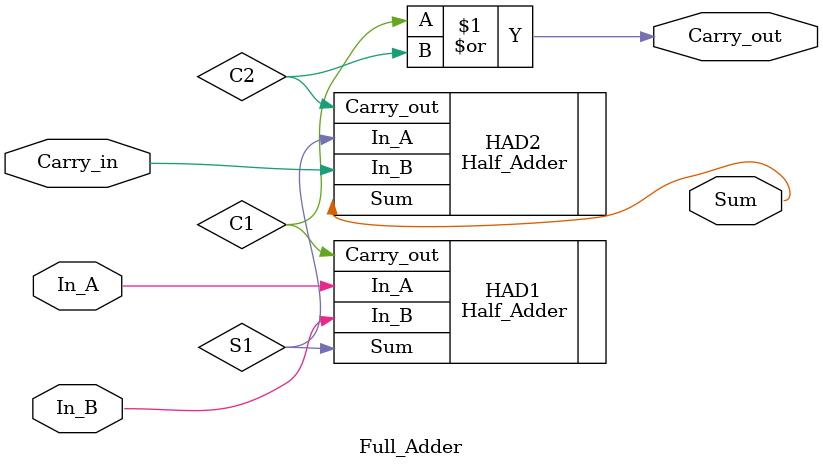
<source format=v>
`timescale 1ns / 1ps

module Full_Adder(
    In_A, In_B, Carry_in, Sum, Carry_out
    );
    input In_A, In_B, Carry_in;
    output Sum, Carry_out;
    
	// implement full adder circuit, your code starts from here.
	// use half adder in this module, fulfill I/O ports connection.
    wire S1;
	wire C1,C2;
	Half_Adder HAD1 (.In_A(In_A),.In_B(In_B),
					.Sum(S1),.Carry_out(C1)
    );
	Half_Adder HAD2 (.In_A(S1),.In_B(Carry_in),
					.Sum(Sum),.Carry_out(C2)
    );
	or(Carry_out,C1,C2);
    
endmodule

</source>
